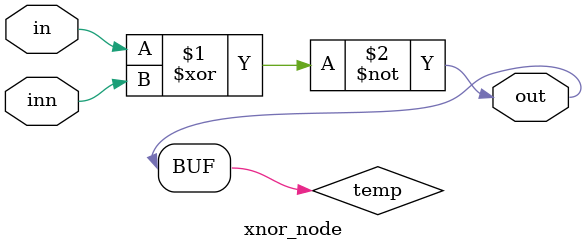
<source format=v>
`define WIDTH 8

module simple_op(a,b,out);
    input   [`WIDTH-1:0]a;
    input   [`WIDTH-1:0]b;
    output  [`WIDTH-1:0]out;
    wire    [`WIDTH-1:0]o;

genvar i;
generate
    for (i = 0; i < `WIDTH;i = i + 1) begin
      xnor_node NXNOR(                            //Change ***_node N***
        .in(a[i]),.inn(b[i]),
        .out(o[i]));
    end
  endgenerate
  assign out = o;
endmodule

module xnor_node(in,inn,out); //Change the title
  input in;
  input inn;
  output out;
  wire temp;
  
  xnor(temp,in,inn);         //Change function 
  assign out = temp;
  
endmodule 
</source>
